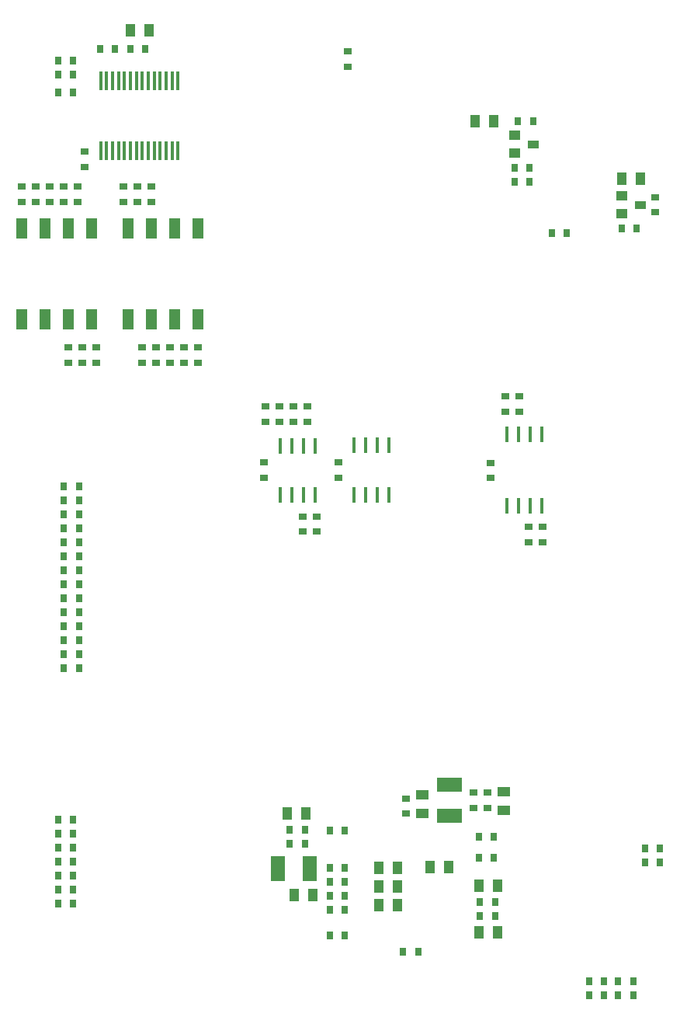
<source format=gbp>
%FSLAX25Y25*%
%MOIN*%
G70*
G01*
G75*
G04 Layer_Color=128*
%ADD10R,0.10000X0.06000*%
%ADD11R,0.05500X0.04000*%
%ADD12R,0.05315X0.02756*%
%ADD13R,0.07087X0.02756*%
G04:AMPARAMS|DCode=14|XSize=74.8mil|YSize=129.92mil|CornerRadius=0mil|HoleSize=0mil|Usage=FLASHONLY|Rotation=90.000|XOffset=0mil|YOffset=0mil|HoleType=Round|Shape=Octagon|*
%AMOCTAGOND14*
4,1,8,-0.06496,-0.01870,-0.06496,0.01870,-0.04626,0.03740,0.04626,0.03740,0.06496,0.01870,0.06496,-0.01870,0.04626,-0.03740,-0.04626,-0.03740,-0.06496,-0.01870,0.0*
%
%ADD14OCTAGOND14*%

%ADD15R,0.03500X0.03000*%
%ADD16R,0.03000X0.03500*%
%ADD17R,0.04000X0.05500*%
%ADD18R,0.01000X0.06000*%
%ADD19R,0.06000X0.01000*%
%ADD20R,0.06000X0.01000*%
%ADD21R,0.01000X0.06000*%
%ADD22R,0.06000X0.01000*%
%ADD23R,0.01000X0.06000*%
%ADD24R,0.06000X0.01000*%
%ADD25R,0.01000X0.06000*%
%ADD26R,0.01000X0.06000*%
%ADD27R,0.06000X0.01000*%
%ADD28R,0.06000X0.01000*%
%ADD29R,0.01000X0.06000*%
%ADD30R,0.07480X0.04331*%
%ADD31R,0.07480X0.04331*%
G04:AMPARAMS|DCode=32|XSize=62.99mil|YSize=49.21mil|CornerRadius=0mil|HoleSize=0mil|Usage=FLASHONLY|Rotation=90.003|XOffset=0mil|YOffset=0mil|HoleType=Round|Shape=Rectangle|*
%AMROTATEDRECTD32*
4,1,4,0.02461,-0.03150,-0.02461,-0.03150,-0.02461,0.03150,0.02461,0.03150,0.02461,-0.03150,0.0*
%
%ADD32ROTATEDRECTD32*%

G04:AMPARAMS|DCode=33|XSize=62.99mil|YSize=49.21mil|CornerRadius=0mil|HoleSize=0mil|Usage=FLASHONLY|Rotation=90.003|XOffset=0mil|YOffset=0mil|HoleType=Round|Shape=Rectangle|*
%AMROTATEDRECTD33*
4,1,4,0.02461,-0.03150,-0.02461,-0.03150,-0.02461,0.03150,0.02461,0.03150,0.02461,-0.03150,0.0*
%
%ADD33ROTATEDRECTD33*%

G04:AMPARAMS|DCode=34|XSize=62.99mil|YSize=49.21mil|CornerRadius=0mil|HoleSize=0mil|Usage=FLASHONLY|Rotation=90.003|XOffset=0mil|YOffset=0mil|HoleType=Round|Shape=Rectangle|*
%AMROTATEDRECTD34*
4,1,4,0.02461,-0.03150,-0.02461,-0.03150,-0.02461,0.03150,0.02461,0.03150,0.02461,-0.03150,0.0*
%
%ADD34ROTATEDRECTD34*%

%ADD35R,0.02362X0.07284*%
%ADD36R,0.01496X0.07874*%
%ADD37R,0.01496X0.07874*%
%ADD38R,0.04724X0.02362*%
%ADD39R,0.07201X0.07874*%
%ADD40R,0.05000X0.05000*%
%ADD41R,0.05315X0.01575*%
%ADD42R,0.07087X0.05906*%
%ADD43R,0.05000X0.05000*%
%ADD44R,0.10000X0.07500*%
%ADD45R,0.13780X0.13780*%
%ADD46C,0.31496*%
%ADD47C,0.01500*%
%ADD48C,0.01000*%
%ADD49C,0.02000*%
%ADD50C,0.03000*%
%ADD51C,0.01200*%
%ADD52C,0.05906*%
%ADD53O,0.16535X0.07874*%
%ADD54O,0.15748X0.07874*%
%ADD55O,0.07874X0.15748*%
%ADD56C,0.06654*%
%ADD57R,0.06654X0.06654*%
%ADD58C,0.18740*%
%ADD59C,0.09449*%
%ADD60R,0.09449X0.09449*%
%ADD61R,0.05906X0.05906*%
%ADD62R,0.05906X0.05906*%
%ADD63C,0.06000*%
%ADD64C,0.06200*%
%ADD65R,0.06000X0.06000*%
%ADD66O,0.09055X0.05512*%
%ADD67C,0.05118*%
%ADD68C,0.02000*%
%ADD69C,0.03000*%
%ADD70R,0.11000X0.06000*%
%ADD71R,0.06000X0.11000*%
%ADD72R,0.01700X0.07100*%
%ADD73R,0.05000X0.08700*%
%ADD74R,0.05000X0.04000*%
%ADD75R,0.05000X0.03598*%
%ADD76C,0.10000*%
%ADD77C,0.00787*%
%ADD78C,0.00100*%
%ADD79C,0.00800*%
%ADD80C,0.01969*%
%ADD81C,0.01600*%
%ADD82C,0.00900*%
%ADD83C,0.00591*%
%ADD84C,0.00600*%
%ADD85R,0.05000X0.00400*%
%ADD86R,0.00400X0.05000*%
%ADD87R,0.10800X0.06800*%
%ADD88R,0.06300X0.04800*%
%ADD89R,0.06115X0.03556*%
%ADD90R,0.07887X0.03556*%
G04:AMPARAMS|DCode=91|XSize=82.8mil|YSize=137.92mil|CornerRadius=0mil|HoleSize=0mil|Usage=FLASHONLY|Rotation=90.000|XOffset=0mil|YOffset=0mil|HoleType=Round|Shape=Octagon|*
%AMOCTAGOND91*
4,1,8,-0.06896,-0.02070,-0.06896,0.02070,-0.04826,0.04140,0.04826,0.04140,0.06896,0.02070,0.06896,-0.02070,0.04826,-0.04140,-0.04826,-0.04140,-0.06896,-0.02070,0.0*
%
%ADD91OCTAGOND91*%

%ADD92R,0.04300X0.03800*%
%ADD93R,0.03800X0.04300*%
%ADD94R,0.04800X0.06300*%
%ADD95R,0.01800X0.06800*%
%ADD96R,0.06800X0.01800*%
%ADD97R,0.06800X0.01800*%
%ADD98R,0.01800X0.06800*%
%ADD99R,0.06800X0.01800*%
%ADD100R,0.01800X0.06800*%
%ADD101R,0.06800X0.01800*%
%ADD102R,0.01800X0.06800*%
%ADD103R,0.01800X0.06800*%
%ADD104R,0.06800X0.01800*%
%ADD105R,0.06800X0.01800*%
%ADD106R,0.01800X0.06800*%
%ADD107R,0.08280X0.05131*%
%ADD108R,0.08280X0.05131*%
G04:AMPARAMS|DCode=109|XSize=70.99mil|YSize=57.21mil|CornerRadius=0mil|HoleSize=0mil|Usage=FLASHONLY|Rotation=90.003|XOffset=0mil|YOffset=0mil|HoleType=Round|Shape=Rectangle|*
%AMROTATEDRECTD109*
4,1,4,0.02861,-0.03550,-0.02861,-0.03550,-0.02861,0.03550,0.02861,0.03550,0.02861,-0.03550,0.0*
%
%ADD109ROTATEDRECTD109*%

G04:AMPARAMS|DCode=110|XSize=70.99mil|YSize=57.21mil|CornerRadius=0mil|HoleSize=0mil|Usage=FLASHONLY|Rotation=90.003|XOffset=0mil|YOffset=0mil|HoleType=Round|Shape=Rectangle|*
%AMROTATEDRECTD110*
4,1,4,0.02861,-0.03550,-0.02861,-0.03550,-0.02861,0.03550,0.02861,0.03550,0.02861,-0.03550,0.0*
%
%ADD110ROTATEDRECTD110*%

G04:AMPARAMS|DCode=111|XSize=70.99mil|YSize=57.21mil|CornerRadius=0mil|HoleSize=0mil|Usage=FLASHONLY|Rotation=90.003|XOffset=0mil|YOffset=0mil|HoleType=Round|Shape=Rectangle|*
%AMROTATEDRECTD111*
4,1,4,0.02861,-0.03550,-0.02861,-0.03550,-0.02861,0.03550,0.02861,0.03550,0.02861,-0.03550,0.0*
%
%ADD111ROTATEDRECTD111*%

%ADD112R,0.03162X0.08083*%
%ADD113R,0.02296X0.08674*%
%ADD114R,0.02296X0.08674*%
%ADD115R,0.05524X0.03162*%
%ADD116R,0.08001X0.08674*%
%ADD117R,0.05800X0.05800*%
%ADD118R,0.06115X0.02375*%
%ADD119R,0.07887X0.06706*%
%ADD120R,0.05800X0.05800*%
%ADD121R,0.10800X0.08300*%
%ADD122R,0.14579X0.14579*%
%ADD123C,0.32296*%
%ADD124C,0.06706*%
%ADD125O,0.17335X0.08674*%
%ADD126O,0.16548X0.08674*%
%ADD127O,0.08674X0.16548*%
%ADD128C,0.07453*%
%ADD129R,0.07453X0.07453*%
%ADD130C,0.19540*%
%ADD131C,0.10249*%
%ADD132R,0.10249X0.10249*%
%ADD133R,0.06706X0.06706*%
%ADD134R,0.06706X0.06706*%
%ADD135C,0.06800*%
%ADD136C,0.07000*%
%ADD137R,0.06800X0.06800*%
%ADD138O,0.09855X0.06312*%
%ADD139C,0.05918*%
%ADD140R,0.11800X0.06800*%
%ADD141R,0.06800X0.11800*%
%ADD142R,0.02500X0.07900*%
%ADD143R,0.05800X0.09500*%
%ADD144R,0.05800X0.04800*%
%ADD145R,0.05800X0.04398*%
D11*
X224500Y-374500D02*
D03*
Y-382500D02*
D03*
X189500Y-384000D02*
D03*
Y-376000D02*
D03*
D15*
X157500Y-57000D02*
D03*
Y-63500D02*
D03*
X235169Y-261043D02*
D03*
Y-267543D02*
D03*
X231169Y-211543D02*
D03*
Y-205043D02*
D03*
X241169Y-261043D02*
D03*
Y-267543D02*
D03*
X225169Y-205043D02*
D03*
Y-211543D02*
D03*
X140000Y-209244D02*
D03*
Y-215744D02*
D03*
X122000Y-209244D02*
D03*
Y-215744D02*
D03*
X134000Y-209244D02*
D03*
Y-215744D02*
D03*
X128000Y-209244D02*
D03*
Y-215744D02*
D03*
X138169Y-263043D02*
D03*
Y-256543D02*
D03*
X144169Y-263043D02*
D03*
Y-256543D02*
D03*
X17500Y-115000D02*
D03*
Y-121500D02*
D03*
X93000Y-190500D02*
D03*
Y-184000D02*
D03*
X23500Y-121500D02*
D03*
Y-115000D02*
D03*
X87000Y-184000D02*
D03*
Y-190500D02*
D03*
X37500Y-184000D02*
D03*
Y-190500D02*
D03*
X73000Y-121500D02*
D03*
Y-115000D02*
D03*
X29500Y-121500D02*
D03*
Y-115000D02*
D03*
X81000Y-184000D02*
D03*
Y-190500D02*
D03*
X35500Y-115000D02*
D03*
Y-121500D02*
D03*
X43500Y-190500D02*
D03*
Y-184000D02*
D03*
X75000Y-190500D02*
D03*
Y-184000D02*
D03*
X67000Y-115000D02*
D03*
Y-121500D02*
D03*
X289500Y-126000D02*
D03*
Y-119500D02*
D03*
X211500Y-381500D02*
D03*
Y-375000D02*
D03*
X218669Y-240043D02*
D03*
Y-233543D02*
D03*
X153500Y-239744D02*
D03*
Y-233244D02*
D03*
X121500Y-239744D02*
D03*
Y-233244D02*
D03*
X41500Y-121500D02*
D03*
Y-115000D02*
D03*
X69000Y-184000D02*
D03*
Y-190500D02*
D03*
X49500D02*
D03*
Y-184000D02*
D03*
X61000Y-115000D02*
D03*
Y-121500D02*
D03*
X44500Y-106500D02*
D03*
Y-100000D02*
D03*
X217500Y-381500D02*
D03*
Y-375000D02*
D03*
X182500Y-384000D02*
D03*
Y-377500D02*
D03*
D16*
X33000Y-404500D02*
D03*
X39500D02*
D03*
X42000Y-321590D02*
D03*
X35500D02*
D03*
X42000Y-315591D02*
D03*
X35500D02*
D03*
Y-309591D02*
D03*
X42000D02*
D03*
Y-303590D02*
D03*
X35500D02*
D03*
Y-297590D02*
D03*
X42000D02*
D03*
Y-291590D02*
D03*
X35500D02*
D03*
Y-285591D02*
D03*
X42000D02*
D03*
Y-279591D02*
D03*
X35500D02*
D03*
Y-273590D02*
D03*
X42000D02*
D03*
Y-267590D02*
D03*
X35500D02*
D03*
Y-261591D02*
D03*
X42000D02*
D03*
Y-255591D02*
D03*
X35500D02*
D03*
Y-249590D02*
D03*
X42000D02*
D03*
X35500Y-243590D02*
D03*
X42000D02*
D03*
X39500Y-416500D02*
D03*
X33000D02*
D03*
X39500Y-410500D02*
D03*
X33000D02*
D03*
X39500Y-398500D02*
D03*
X33000D02*
D03*
X39500Y-392500D02*
D03*
X33000D02*
D03*
X39500Y-74500D02*
D03*
X33000D02*
D03*
X235500Y-113000D02*
D03*
X229000D02*
D03*
X57500Y-56000D02*
D03*
X51000D02*
D03*
X235500Y-107000D02*
D03*
X229000D02*
D03*
X245000Y-135000D02*
D03*
X251500D02*
D03*
X275000Y-133000D02*
D03*
X281500D02*
D03*
X39500Y-67000D02*
D03*
X33000D02*
D03*
X230500Y-87000D02*
D03*
X237000D02*
D03*
X39500Y-61000D02*
D03*
X33000D02*
D03*
X139000Y-397000D02*
D03*
X132500D02*
D03*
X267500Y-462000D02*
D03*
X261000D02*
D03*
X273500D02*
D03*
X280000D02*
D03*
X291500Y-405000D02*
D03*
X285000D02*
D03*
X39500Y-422500D02*
D03*
X33000D02*
D03*
Y-386500D02*
D03*
X39500D02*
D03*
X64000Y-56000D02*
D03*
X70500D02*
D03*
X139000Y-391000D02*
D03*
X132500D02*
D03*
X214201Y-421724D02*
D03*
X220701D02*
D03*
X156201Y-419224D02*
D03*
X149701D02*
D03*
X213701Y-402724D02*
D03*
X220201D02*
D03*
X181201Y-443224D02*
D03*
X187701D02*
D03*
X156201Y-413224D02*
D03*
X149701D02*
D03*
X261000Y-456000D02*
D03*
X267500D02*
D03*
X156201Y-425224D02*
D03*
X149701D02*
D03*
X156201Y-436224D02*
D03*
X149701D02*
D03*
X156201Y-391224D02*
D03*
X149701D02*
D03*
X213701Y-393724D02*
D03*
X220201D02*
D03*
X214201Y-427724D02*
D03*
X220701D02*
D03*
X156201Y-407224D02*
D03*
X149701D02*
D03*
X280000Y-456000D02*
D03*
X273500D02*
D03*
X285000Y-399000D02*
D03*
X291500D02*
D03*
D17*
X283000Y-111500D02*
D03*
X275000D02*
D03*
X220000Y-87000D02*
D03*
X212000D02*
D03*
X64000Y-48000D02*
D03*
X72000D02*
D03*
X131500Y-384000D02*
D03*
X139500D02*
D03*
X134500Y-419000D02*
D03*
X142500D02*
D03*
X213701Y-414724D02*
D03*
X221701D02*
D03*
X200701Y-406724D02*
D03*
X192701D02*
D03*
X170701Y-415224D02*
D03*
X178701D02*
D03*
X170701Y-423224D02*
D03*
X178701D02*
D03*
X213701Y-434724D02*
D03*
X221701D02*
D03*
X170701Y-407224D02*
D03*
X178701D02*
D03*
D36*
X61468Y-69500D02*
D03*
X66587D02*
D03*
X56350D02*
D03*
D37*
X58909D02*
D03*
X81941D02*
D03*
X53791Y-99500D02*
D03*
Y-69500D02*
D03*
X51232D02*
D03*
X79382D02*
D03*
X76823D02*
D03*
X71705D02*
D03*
X69146D02*
D03*
X84500Y-99500D02*
D03*
Y-69500D02*
D03*
X64028D02*
D03*
X69146Y-99500D02*
D03*
X66587D02*
D03*
X61468D02*
D03*
X58909D02*
D03*
X71705D02*
D03*
X81941D02*
D03*
X51232D02*
D03*
X74264Y-69500D02*
D03*
X56350Y-99500D02*
D03*
X64028D02*
D03*
X79382D02*
D03*
X76823D02*
D03*
X74264D02*
D03*
D70*
X201000Y-371500D02*
D03*
Y-385000D02*
D03*
D71*
X141000Y-407500D02*
D03*
X127500D02*
D03*
D72*
X225669Y-221189D02*
D03*
X240669D02*
D03*
X235669D02*
D03*
X230669Y-251897D02*
D03*
X225669D02*
D03*
X240669D02*
D03*
X230669Y-221189D02*
D03*
X235669Y-251897D02*
D03*
X175169Y-247173D02*
D03*
Y-225913D02*
D03*
X165169Y-247173D02*
D03*
X160169Y-225913D02*
D03*
X165169D02*
D03*
X160169Y-247173D02*
D03*
X170169D02*
D03*
Y-225913D02*
D03*
X143500Y-247374D02*
D03*
Y-226114D02*
D03*
X133500Y-247374D02*
D03*
X128500Y-226114D02*
D03*
X133500D02*
D03*
X128500Y-247374D02*
D03*
X138500D02*
D03*
Y-226114D02*
D03*
D73*
X27500Y-172000D02*
D03*
X37500D02*
D03*
Y-133000D02*
D03*
X27500D02*
D03*
X17500D02*
D03*
X47500D02*
D03*
Y-172000D02*
D03*
X17500D02*
D03*
X83000Y-133000D02*
D03*
X73000D02*
D03*
Y-172000D02*
D03*
X83000D02*
D03*
X93000D02*
D03*
X63000D02*
D03*
Y-133000D02*
D03*
X93000D02*
D03*
D74*
X229000Y-93000D02*
D03*
Y-100500D02*
D03*
X275000Y-119000D02*
D03*
Y-126500D02*
D03*
D75*
X237000Y-96750D02*
D03*
X283000Y-122750D02*
D03*
M02*

</source>
